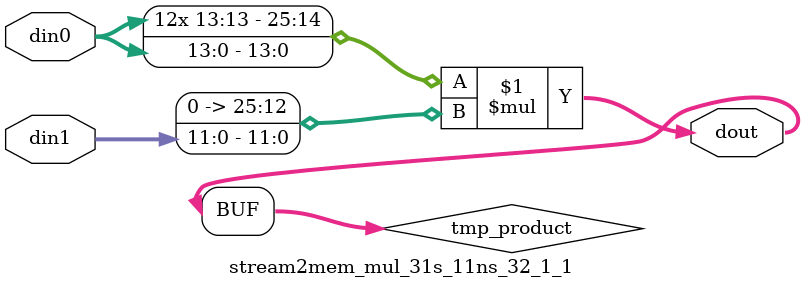
<source format=v>

`timescale 1 ns / 1 ps

  module stream2mem_mul_31s_11ns_32_1_1(din0, din1, dout);
parameter ID = 1;
parameter NUM_STAGE = 0;
parameter din0_WIDTH = 14;
parameter din1_WIDTH = 12;
parameter dout_WIDTH = 26;

input [din0_WIDTH - 1 : 0] din0; 
input [din1_WIDTH - 1 : 0] din1; 
output [dout_WIDTH - 1 : 0] dout;

wire signed [dout_WIDTH - 1 : 0] tmp_product;












assign tmp_product = $signed(din0) * $signed({1'b0, din1});









assign dout = tmp_product;







endmodule

</source>
